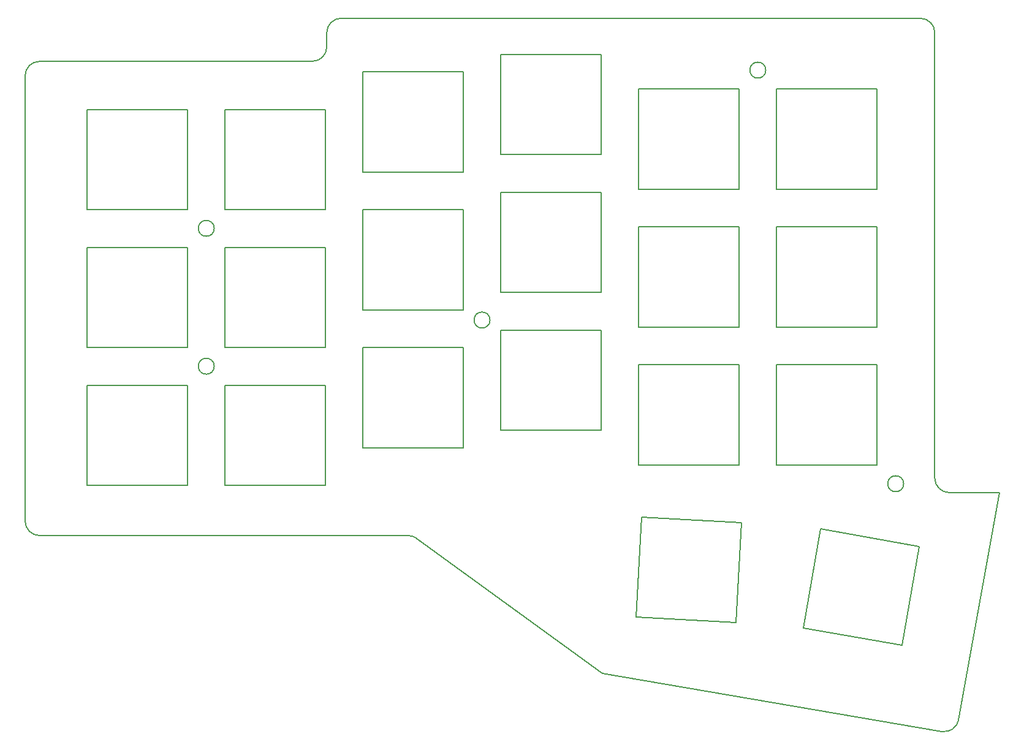
<source format=gbr>
G04 #@! TF.GenerationSoftware,KiCad,Pcbnew,(5.1.0)-1*
G04 #@! TF.CreationDate,2019-05-16T00:58:07+08:00*
G04 #@! TF.ProjectId,ShinkaiTopPlate,5368696e-6b61-4695-946f-70506c617465,rev?*
G04 #@! TF.SameCoordinates,Original*
G04 #@! TF.FileFunction,Profile,NP*
%FSLAX46Y46*%
G04 Gerber Fmt 4.6, Leading zero omitted, Abs format (unit mm)*
G04 Created by KiCad (PCBNEW (5.1.0)-1) date 2019-05-16 00:58:07*
%MOMM*%
%LPD*%
G04 APERTURE LIST*
%ADD10C,0.200000*%
G04 APERTURE END LIST*
D10*
X144503790Y-67865830D02*
X144503790Y-81715830D01*
X177403790Y-53578330D02*
X163553790Y-53578330D01*
X144503790Y-100765830D02*
X158353790Y-100765830D01*
X144503790Y-81715830D02*
X158353790Y-81715830D01*
X158353790Y-100765830D02*
X158353790Y-86915830D01*
X158353790Y-81715830D02*
X158353790Y-67865830D01*
X158353790Y-67865830D02*
X144503790Y-67865830D01*
X177403790Y-91677830D02*
X163553790Y-91677830D01*
X182603790Y-53578330D02*
X182603790Y-67428330D01*
X177403790Y-72627830D02*
X163553790Y-72627830D01*
X196453790Y-53578330D02*
X182603790Y-53578330D01*
X177403790Y-105527830D02*
X177403790Y-91677830D01*
X163553790Y-105527830D02*
X177403790Y-105527830D01*
X163553790Y-53578330D02*
X163553790Y-67428330D01*
X163553790Y-72627830D02*
X163553790Y-86477830D01*
X163553790Y-91677830D02*
X163553790Y-105527830D01*
X158353790Y-86915830D02*
X144503790Y-86915830D01*
X177403790Y-86477830D02*
X177403790Y-72627830D01*
X163553790Y-86477830D02*
X177403790Y-86477830D01*
X177403790Y-67428330D02*
X177403790Y-53578330D01*
X144503790Y-86915830D02*
X144503790Y-100765830D01*
X158353790Y-62665830D02*
X158353790Y-48815830D01*
X163553790Y-67428330D02*
X177403790Y-67428330D01*
X87353790Y-56415830D02*
X87353790Y-70265830D01*
X80775990Y-115297830D02*
X131720527Y-115297830D01*
X118447790Y-49763030D02*
X80775990Y-49763030D01*
X120447790Y-45809930D02*
X120447790Y-47763030D01*
X132896716Y-115680245D02*
X158564486Y-134343973D01*
X101203790Y-89315830D02*
X101203790Y-75465830D01*
X120253790Y-75465830D02*
X106403790Y-75465830D01*
X101203790Y-56415830D02*
X87353790Y-56415830D01*
X101203790Y-70265830D02*
X101203790Y-56415830D01*
X120253790Y-108365830D02*
X120253790Y-94515830D01*
X106403790Y-108365830D02*
X120253790Y-108365830D01*
X106403790Y-94515830D02*
X106403790Y-108365830D01*
X120253790Y-94515830D02*
X106403790Y-94515830D01*
X101203790Y-108365830D02*
X101203790Y-94515830D01*
X87353790Y-108365830D02*
X101203790Y-108365830D01*
X87353790Y-89315830D02*
X101203790Y-89315830D01*
X158564486Y-134343973D02*
X205452460Y-142351976D01*
X87353790Y-94515830D02*
X87353790Y-108365830D01*
X207758021Y-140732097D02*
X213362790Y-109344830D01*
X101203790Y-75465830D02*
X87353790Y-75465830D01*
X101203790Y-94515830D02*
X87353790Y-94515830D01*
X87353790Y-75465830D02*
X87353790Y-89315830D01*
X87353790Y-70265830D02*
X101203790Y-70265830D01*
X202313377Y-116798857D02*
X199908790Y-130437830D01*
X181104186Y-50978685D02*
G75*
G03X181104186Y-50978685I-1100000J0D01*
G01*
X80775990Y-115297830D02*
G75*
G02X78775990Y-113297830I0J2000000D01*
G01*
X78775990Y-51763030D02*
G75*
G02X80775990Y-49763030I2000000J0D01*
G01*
X200154130Y-108129262D02*
G75*
G03X200154130Y-108129262I-1100000J0D01*
G01*
X199908790Y-130437830D02*
X186268762Y-128033417D01*
X186268762Y-128033417D02*
X188673790Y-114393830D01*
X182603790Y-72627830D02*
X182603790Y-86477830D01*
X182603790Y-86477830D02*
X196453790Y-86477830D01*
X207758021Y-140732097D02*
G75*
G02X205452460Y-142351976I-1968856J351575D01*
G01*
X104903779Y-72840915D02*
G75*
G03X104903779Y-72840915I-1100000J0D01*
G01*
X163200937Y-126587849D02*
X177031790Y-127312830D01*
X206453790Y-109344830D02*
G75*
G02X204453790Y-107344830I0J2000000D01*
G01*
X120447790Y-45809929D02*
G75*
G02X122447789Y-43809930I1999999J0D01*
G01*
X202453790Y-43809929D02*
G75*
G02X204453790Y-45809929I0J-2000000D01*
G01*
X104904329Y-91891159D02*
G75*
G03X104904329Y-91891159I-1100000J0D01*
G01*
X196453790Y-105527830D02*
X196453790Y-91677830D01*
X182603790Y-91677830D02*
X182603790Y-105527830D01*
X213362790Y-109344830D02*
X206453790Y-109344830D01*
X163925790Y-112756830D02*
X163200937Y-126587849D01*
X196453790Y-67428330D02*
X196453790Y-53578330D01*
X182603790Y-67428330D02*
X196453790Y-67428330D01*
X131720526Y-115297830D02*
G75*
G02X132896716Y-115680245I1J-2000000D01*
G01*
X196453790Y-86477830D02*
X196453790Y-72627830D01*
X120447790Y-47763030D02*
G75*
G02X118447790Y-49763030I-2000000J0D01*
G01*
X143004071Y-85506927D02*
G75*
G03X143004071Y-85506927I-1100000J0D01*
G01*
X188673790Y-114393830D02*
X202313377Y-116798857D01*
X163925790Y-112756830D02*
X177756809Y-113481682D01*
X196453790Y-72627830D02*
X182603790Y-72627830D01*
X177031790Y-127312830D02*
X177756809Y-113481682D01*
X182603790Y-105527830D02*
X196453790Y-105527830D01*
X204453790Y-45809930D02*
X204453790Y-107344830D01*
X196453790Y-91677830D02*
X182603790Y-91677830D01*
X202453790Y-43809930D02*
X122447789Y-43809930D01*
X78775990Y-51763030D02*
X78775990Y-113297830D01*
X106403790Y-89315830D02*
X120253790Y-89315830D01*
X106403790Y-56415830D02*
X106403790Y-70265830D01*
X106403790Y-75465830D02*
X106403790Y-89315830D01*
X120253790Y-89315830D02*
X120253790Y-75465830D01*
X139303790Y-103146830D02*
X139303790Y-89296830D01*
X125453790Y-103146830D02*
X139303790Y-103146830D01*
X120253790Y-56415830D02*
X106403790Y-56415830D01*
X125453790Y-89296830D02*
X125453790Y-103146830D01*
X139303790Y-89296830D02*
X125453790Y-89296830D01*
X106403790Y-70265830D02*
X120253790Y-70265830D01*
X120253790Y-70265830D02*
X120253790Y-56415830D01*
X139303790Y-65047030D02*
X139303790Y-51197030D01*
X125453790Y-65047030D02*
X139303790Y-65047030D01*
X125453790Y-70246830D02*
X125453790Y-84096830D01*
X139303790Y-70246830D02*
X125453790Y-70246830D01*
X139303790Y-84096830D02*
X139303790Y-70246830D01*
X125453790Y-84096830D02*
X139303790Y-84096830D01*
X125453790Y-51197030D02*
X125453790Y-65047030D01*
X139303790Y-51197030D02*
X125453790Y-51197030D01*
X144503790Y-62665830D02*
X158353790Y-62665830D01*
X144503790Y-48815830D02*
X144503790Y-62665830D01*
X158353790Y-48815830D02*
X144503790Y-48815830D01*
M02*

</source>
